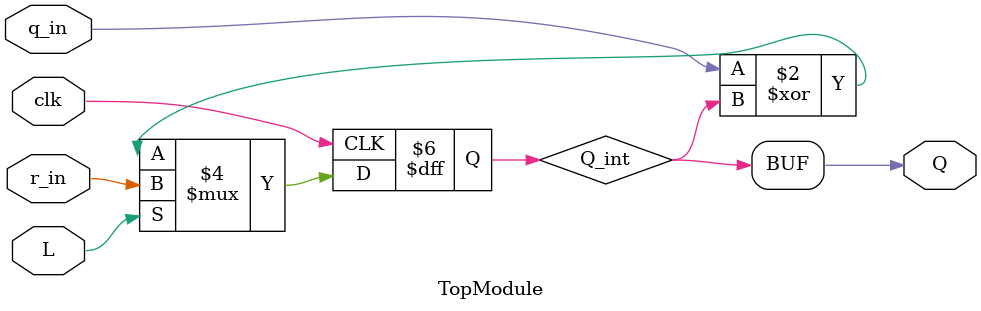
<source format=sv>
module TopModule (
    input clk,
    input L,
    input q_in,
    input r_in,
    output Q
);

    logic Q_int;

    always @(posedge clk) begin
        if (L) begin
            Q_int <= r_in;
        end else begin
            Q_int <= q_in ^ Q_int;
        end
    end

    assign Q = Q_int;

endmodule
</source>
